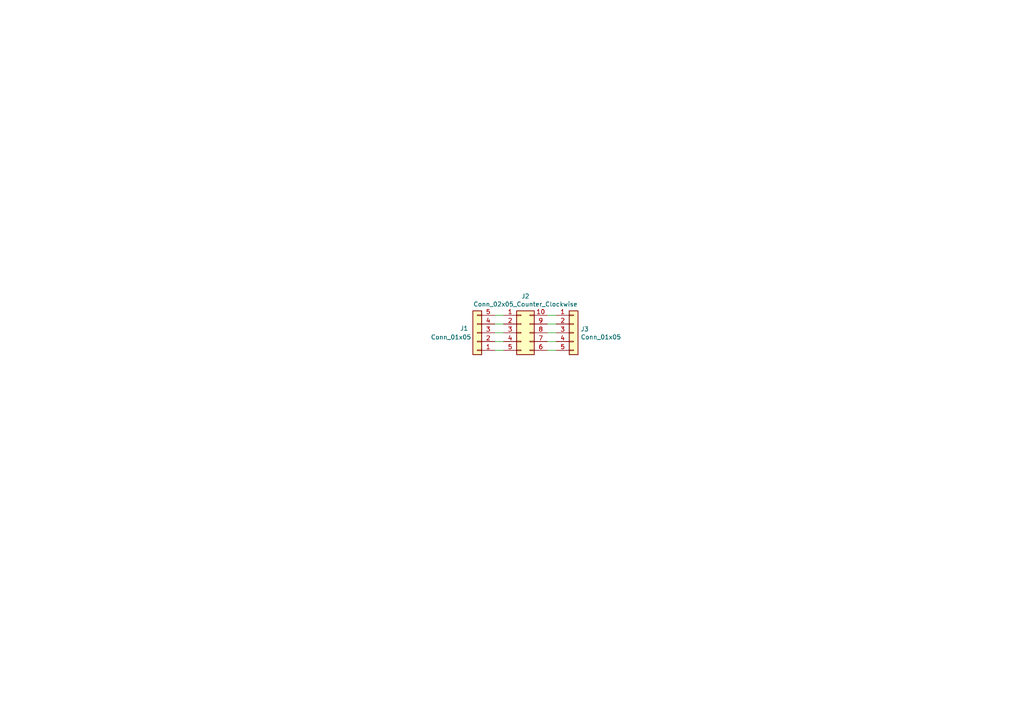
<source format=kicad_sch>
(kicad_sch (version 20230121) (generator eeschema)
  (paper "A4")
  (lib_symbols
    (symbol "Connector_Generic:Conn_01x05" (pin_names (offset 1.016) hide)
      (property "Reference" "J" (at 0 7.62 0))
      (property "Value" "Conn_01x05" (at 0 -7.62 0))
      (symbol "Conn_01x05_1_1"
        (rectangle (start -1.27 -4.953) (end 0 -5.207) (stroke (width 0.1524)))
        (rectangle (start -1.27 -2.413) (end 0 -2.667) (stroke (width 0.1524)))
        (rectangle (start -1.27 0.127) (end 0 -0.127) (stroke (width 0.1524)))
        (rectangle (start -1.27 2.667) (end 0 2.413) (stroke (width 0.1524)))
        (rectangle (start -1.27 5.207) (end 0 4.953) (stroke (width 0.1524)))
        (rectangle (start -1.27 6.35) (end 1.27 -6.35) (stroke (width 0.254)) (fill (type background)))
        (pin passive line (at -5.08 5.08 0) (length 3.81) (name "Pin_1") (number "1"))
        (pin passive line (at -5.08 2.54 0) (length 3.81) (name "Pin_2") (number "2"))
        (pin passive line (at -5.08 0 0) (length 3.81) (name "Pin_3") (number "3"))
        (pin passive line (at -5.08 -2.54 0) (length 3.81) (name "Pin_4") (number "4"))
        (pin passive line (at -5.08 -5.08 0) (length 3.81) (name "Pin_5") (number "5"))
      )
    )
    (symbol "Connector_Generic:Conn_02x05_Counter_Clockwise" (pin_names (offset 1.016) hide)
      (property "Reference" "J" (at 1.27 7.62 0))
      (property "Value" "Conn_02x05_Counter_Clockwise" (at 1.27 -7.62 0))
      (symbol "Conn_02x05_Counter_Clockwise_1_1"
        (rectangle (start -1.27 -4.953) (end 0 -5.207) (stroke (width 0.1524)))
        (rectangle (start -1.27 -2.413) (end 0 -2.667) (stroke (width 0.1524)))
        (rectangle (start -1.27 0.127) (end 0 -0.127) (stroke (width 0.1524)))
        (rectangle (start -1.27 2.667) (end 0 2.413) (stroke (width 0.1524)))
        (rectangle (start -1.27 5.207) (end 0 4.953) (stroke (width 0.1524)))
        (rectangle (start -1.27 6.35) (end 3.81 -6.35) (stroke (width 0.254)) (fill (type background)))
        (rectangle (start 3.81 -4.953) (end 2.54 -5.207) (stroke (width 0.1524)))
        (rectangle (start 3.81 -2.413) (end 2.54 -2.667) (stroke (width 0.1524)))
        (rectangle (start 3.81 0.127) (end 2.54 -0.127) (stroke (width 0.1524)))
        (rectangle (start 3.81 2.667) (end 2.54 2.413) (stroke (width 0.1524)))
        (rectangle (start 3.81 5.207) (end 2.54 4.953) (stroke (width 0.1524)))
        (pin passive line (at -5.08 5.08 0) (length 3.81) (name "Pin_1") (number "1"))
        (pin passive line (at 7.62 5.08 180) (length 3.81) (name "Pin_10") (number "10"))
        (pin passive line (at -5.08 2.54 0) (length 3.81) (name "Pin_2") (number "2"))
        (pin passive line (at -5.08 0 0) (length 3.81) (name "Pin_3") (number "3"))
        (pin passive line (at -5.08 -2.54 0) (length 3.81) (name "Pin_4") (number "4"))
        (pin passive line (at -5.08 -5.08 0) (length 3.81) (name "Pin_5") (number "5"))
        (pin passive line (at 7.62 -5.08 180) (length 3.81) (name "Pin_6") (number "6"))
        (pin passive line (at 7.62 -2.54 180) (length 3.81) (name "Pin_7") (number "7"))
        (pin passive line (at 7.62 0 180) (length 3.81) (name "Pin_8") (number "8"))
        (pin passive line (at 7.62 2.54 180) (length 3.81) (name "Pin_9") (number "9"))
      )
    )
  )
  (wire (pts (xy 143.51 91.44) (xy 146.05 91.44)))
  (wire (pts (xy 146.05 99.06) (xy 143.51 99.06)))
  (wire (pts (xy 161.29 101.6) (xy 158.75 101.6)))
  (wire (pts (xy 143.51 96.52) (xy 146.05 96.52)))
  (wire (pts (xy 143.51 101.6) (xy 146.05 101.6)))
  (wire (pts (xy 146.05 93.98) (xy 143.51 93.98)))
  (wire (pts (xy 158.75 93.98) (xy 161.29 93.98)))
  (wire (pts (xy 161.29 96.52) (xy 158.75 96.52)))
  (wire (pts (xy 158.75 99.06) (xy 161.29 99.06)))
  (wire (pts (xy 161.29 91.44) (xy 158.75 91.44)))
  (symbol (lib_id "Connector_Generic:Conn_02x05_Counter_Clockwise") (at 151.13 96.52 0) (unit 1)
    (property "Reference" "J2" (at 152.4 85.9282 0))
    (property "Value" "Conn_02x05_Counter_Clockwise" (at 152.4 88.2396 0))
    (property "Footprint" "Connector:Tag-Connect_TC2050-IDC-NL_2x05_P1.27mm_Vertical" (effects hide))
  )
  (symbol (lib_id "Connector_Generic:Conn_01x05") (at 138.43 96.52 180) (unit 1)
    (property "Reference" "J1" (at 134.62 95.25 0))
    (property "Value" "Conn_01x05" (at 130.81 97.79 0))
    (property "Footprint" "Connector_PinHeader_2.54mm:PinHeader_1x05_P2.54mm_Vertical" (effects hide))
  )
  (symbol (lib_id "Connector_Generic:Conn_01x05") (at 166.37 96.52 0) (unit 1)
    (property "Reference" "J3" (at 168.402 95.4532 0) (effects (justify left)))
    (property "Value" "Conn_01x05" (at 168.402 97.7646 0) (effects (justify left)))
    (property "Footprint" "Connector_PinHeader_2.54mm:PinHeader_1x05_P2.54mm_Vertical" (effects hide))
  )
)
</source>
